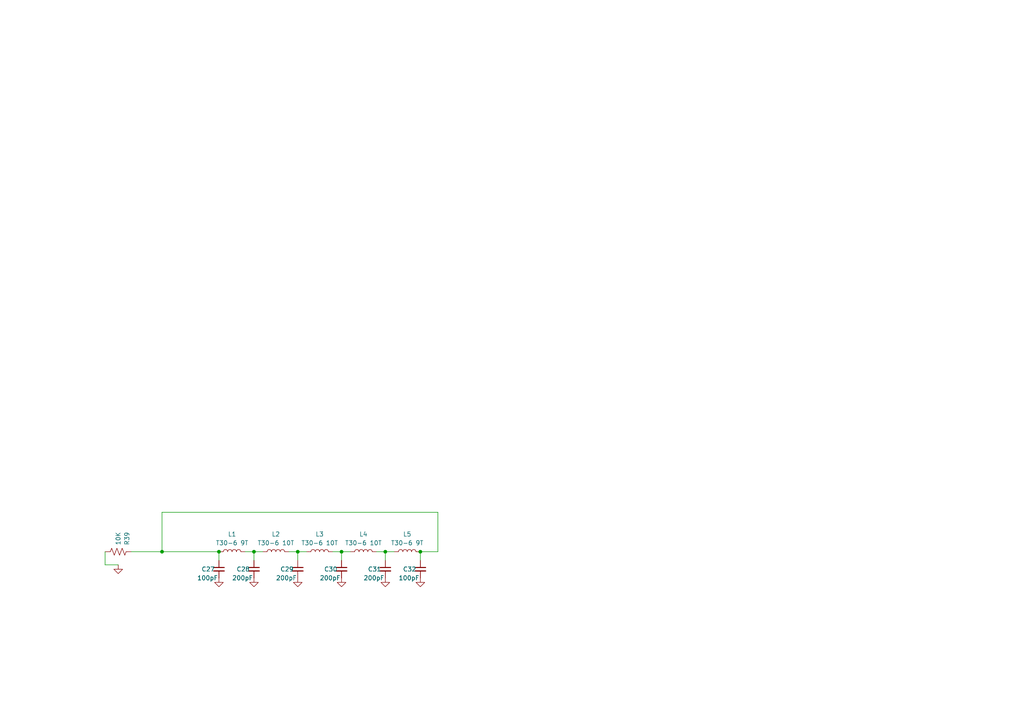
<source format=kicad_sch>
(kicad_sch (version 20230121) (generator eeschema)
  (paper "A4")
  (lib_symbols
    (symbol "Device:C_Small" (pin_numbers hide) (pin_names (offset 0.254) hide)
      (property "Reference" "C" (at 0.254 1.778 0))
      (property "Value" "C_Small" (at 0.254 -2.032 0))
      (symbol "C_Small_0_1"
        (polyline (pts (xy -1.524 -0.508) (xy 1.524 -0.508)) (stroke (width 0.3302)))
        (polyline (pts (xy -1.524 0.508) (xy 1.524 0.508)) (stroke (width 0.3048)))
      )
      (symbol "C_Small_1_1"
        (pin passive line (at 0 2.54 270) (length 2.032) (name "~") (number "1"))
        (pin passive line (at 0 -2.54 90) (length 2.032) (name "~") (number "2"))
      )
    )
    (symbol "Device:L" (pin_numbers hide) (pin_names (offset 1.016) hide)
      (property "Reference" "L" (at -1.27 0 90))
      (property "Value" "L" (at 1.905 0 90))
      (symbol "L_0_1"
        (arc (start 0 -2.54) (mid 0.6323 -1.905) (end 0 -1.27))
        (arc (start 0 -1.27) (mid 0.6323 -0.635) (end 0 0))
        (arc (start 0 0) (mid 0.6323 0.635) (end 0 1.27))
        (arc (start 0 1.27) (mid 0.6323 1.905) (end 0 2.54))
      )
      (symbol "L_1_1"
        (pin passive line (at 0 3.81 270) (length 1.27) (name "1") (number "1"))
        (pin passive line (at 0 -3.81 90) (length 1.27) (name "2") (number "2"))
      )
    )
    (symbol "Device:R_US" (pin_numbers hide) (pin_names (offset 0))
      (property "Reference" "R" (at 2.54 0 90))
      (property "Value" "R_US" (at -2.54 0 90))
      (symbol "R_US_0_1"
        (polyline (pts (xy 0 -2.286) (xy 0 -2.54)))
        (polyline (pts (xy 0 2.286) (xy 0 2.54)))
        (polyline (pts (xy 0 -0.762) (xy 1.016 -1.143) (xy 0 -1.524) (xy -1.016 -1.905) (xy 0 -2.286)))
        (polyline (pts (xy 0 0.762) (xy 1.016 0.381) (xy 0 0) (xy -1.016 -0.381) (xy 0 -0.762)))
        (polyline (pts (xy 0 2.286) (xy 1.016 1.905) (xy 0 1.524) (xy -1.016 1.143) (xy 0 0.762)))
      )
      (symbol "R_US_1_1"
        (pin passive line (at 0 3.81 270) (length 1.27) (name "~") (number "1"))
        (pin passive line (at 0 -3.81 90) (length 1.27) (name "~") (number "2"))
      )
    )
    (symbol "power:GND" (power) (pin_names (offset 0))
      (property "Value" "GND" (at 0 -3.81 0))
      (symbol "GND_0_1"
        (polyline (pts (xy 0 0) (xy 0 -1.27) (xy 1.27 -1.27) (xy 0 -2.54) (xy -1.27 -1.27) (xy 0 -1.27)))
      )
      (symbol "GND_1_1"
        (pin power_in line (at 0 0 270) (length 0) hide (name "GND") (number "1"))
      )
    )
  )
  (junction (at 46.99 160.02))
  (junction (at 111.76 160.02))
  (junction (at 63.5 160.02))
  (junction (at 99.06 160.02))
  (junction (at 73.66 160.02))
  (junction (at 86.36 160.02))
  (junction (at 121.92 160.02))
  (wire (pts (xy 46.99 160.02) (xy 46.99 148.59)))
  (wire (pts (xy 30.48 163.83) (xy 34.29 163.83)))
  (wire (pts (xy 46.99 148.59) (xy 127 148.59)))
  (wire (pts (xy 99.06 160.02) (xy 101.6 160.02)))
  (wire (pts (xy 86.36 160.02) (xy 88.9 160.02)))
  (wire (pts (xy 99.06 160.02) (xy 99.06 162.56)))
  (wire (pts (xy 73.66 160.02) (xy 73.66 162.56)))
  (wire (pts (xy 30.48 160.02) (xy 30.48 163.83)))
  (wire (pts (xy 63.5 160.02) (xy 63.5 162.56)))
  (wire (pts (xy 109.22 160.02) (xy 111.76 160.02)))
  (wire (pts (xy 111.76 160.02) (xy 111.76 162.56)))
  (wire (pts (xy 73.66 160.02) (xy 76.2 160.02)))
  (wire (pts (xy 96.52 160.02) (xy 99.06 160.02)))
  (wire (pts (xy 127 160.02) (xy 121.92 160.02)))
  (wire (pts (xy 86.36 160.02) (xy 86.36 162.56)))
  (wire (pts (xy 46.99 160.02) (xy 63.5 160.02)))
  (wire (pts (xy 121.92 160.02) (xy 121.92 162.56)))
  (wire (pts (xy 71.12 160.02) (xy 73.66 160.02)))
  (wire (pts (xy 38.1 160.02) (xy 46.99 160.02)))
  (wire (pts (xy 83.82 160.02) (xy 86.36 160.02)))
  (wire (pts (xy 127 148.59) (xy 127 160.02)))
  (wire (pts (xy 111.76 160.02) (xy 114.3 160.02)))
  (symbol (lib_id "Device:L") (at 67.31 160.02 270) (mirror x) (unit 1)
    (property "Reference" "L1" (at 67.31 154.94 90))
    (property "Value" "T30-6 9T" (at 67.31 157.48 90))
    (instances (project "acorn" (path "" (reference "L1") (unit 1)) (path "" (reference "T1") (unit 1)) (path "" (reference "L29") (unit 1))))
  )
  (symbol (lib_id "Device:C_Small") (at 99.06 165.1 0) (unit 1)
    (property "Reference" "C30" (at 93.98 165.1 0) (effects (justify left)))
    (property "Value" "200pF" (at 92.71 167.64 0) (effects (justify left)))
    (property "Footprint" "Capacitor_THT:C_Disc_D4.7mm_W2.5mm_P5.00mm" (effects hide))
    (instances (project "acorn" (path "" (reference "C30") (unit 1)) (path "" (reference "C28") (unit 1)) (path "" (reference "C69") (unit 1))))
  )
  (symbol (lib_id "Device:C_Small") (at 73.66 165.1 0) (unit 1)
    (property "Reference" "C28" (at 68.58 165.1 0) (effects (justify left)))
    (property "Value" "200pF" (at 67.31 167.64 0) (effects (justify left)))
    (property "Footprint" "Capacitor_THT:C_Disc_D4.7mm_W2.5mm_P5.00mm" (effects hide))
    (instances (project "acorn" (path "" (reference "C28") (unit 1)) (path "" (reference "C28") (unit 1)) (path "" (reference "C67") (unit 1))))
  )
  (symbol (lib_id "Device:C_Small") (at 121.92 165.1 0) (unit 1)
    (property "Reference" "C32" (at 116.84 165.1 0) (effects (justify left)))
    (property "Value" "100pF" (at 115.57 167.64 0) (effects (justify left)))
    (property "Footprint" "Capacitor_THT:C_Disc_D4.7mm_W2.5mm_P5.00mm" (effects hide))
    (instances (project "acorn" (path "" (reference "C32") (unit 1)) (path "" (reference "C28") (unit 1)) (path "" (reference "C71") (unit 1))))
  )
  (symbol (lib_id "Device:L") (at 92.71 160.02 270) (mirror x) (unit 1)
    (property "Reference" "L3" (at 92.71 154.94 90))
    (property "Value" "T30-6 10T" (at 92.71 157.48 90))
    (instances (project "acorn" (path "" (reference "L3") (unit 1)) (path "" (reference "T1") (unit 1)) (path "" (reference "L31") (unit 1))))
  )
  (symbol (lib_id "power:GND") (at 121.92 167.64 0) (unit 1)
    (property "Reference" "#GND059" (effects hide))
    (property "Value" "GND" (effects hide))
    (instances (project "acorn" (path "" (reference "#GND059") (unit 1)) (path "" (reference "#GND055") (unit 1)) (path "" (reference "#GND0103") (unit 1))))
  )
  (symbol (lib_id "power:GND") (at 73.66 167.64 0) (unit 1)
    (property "Reference" "#GND055" (effects hide))
    (property "Value" "GND" (effects hide))
    (instances (project "acorn" (path "" (reference "#GND055") (unit 1)) (path "" (reference "#GND055") (unit 1)) (path "" (reference "#GND099") (unit 1))))
  )
  (symbol (lib_id "Device:R_US") (at 34.29 160.02 90) (unit 1)
    (property "Reference" "R39" (at 36.83 156.21 0))
    (property "Value" "10K" (at 34.29 156.21 0))
    (property "Footprint" "Resistor_THT:R_Axial_DIN0204_L3.6mm_D1.6mm_P5.08mm_Vertical" (effects hide))
    (instances (project "acorn" (path "" (reference "R39") (unit 1)) (path "" (reference "R42") (unit 1))))
  )
  (symbol (lib_id "Device:L") (at 80.01 160.02 270) (mirror x) (unit 1)
    (property "Reference" "L2" (at 80.01 154.94 90))
    (property "Value" "T30-6 10T" (at 80.01 157.48 90))
    (instances (project "acorn" (path "" (reference "L2") (unit 1)) (path "" (reference "T1") (unit 1)) (path "" (reference "L30") (unit 1))))
  )
  (symbol (lib_id "Device:L") (at 118.11 160.02 270) (mirror x) (unit 1)
    (property "Reference" "L5" (at 118.11 154.94 90))
    (property "Value" "T30-6 9T" (at 118.11 157.48 90))
    (instances (project "acorn" (path "" (reference "L5") (unit 1)) (path "" (reference "T1") (unit 1)) (path "" (reference "L33") (unit 1))))
  )
  (symbol (lib_id "Device:C_Small") (at 63.5 165.1 0) (unit 1)
    (property "Reference" "C27" (at 58.42 165.1 0) (effects (justify left)))
    (property "Value" "100pF" (at 57.15 167.64 0) (effects (justify left)))
    (property "Footprint" "Capacitor_THT:C_Disc_D4.7mm_W2.5mm_P5.00mm" (effects hide))
    (instances (project "acorn" (path "" (reference "C27") (unit 1)) (path "" (reference "C28") (unit 1)) (path "" (reference "C66") (unit 1))))
  )
  (symbol (lib_id "power:GND") (at 99.06 167.64 0) (unit 1)
    (property "Reference" "#GND057" (effects hide))
    (property "Value" "GND" (effects hide))
    (instances (project "acorn" (path "" (reference "#GND057") (unit 1)) (path "" (reference "#GND055") (unit 1)) (path "" (reference "#GND0101") (unit 1))))
  )
  (symbol (lib_id "power:GND") (at 86.36 167.64 0) (unit 1)
    (property "Reference" "#GND056" (effects hide))
    (property "Value" "GND" (effects hide))
    (instances (project "acorn" (path "" (reference "#GND056") (unit 1)) (path "" (reference "#GND055") (unit 1)) (path "" (reference "#GND0100") (unit 1))))
  )
  (symbol (lib_id "Device:C_Small") (at 111.76 165.1 0) (unit 1)
    (property "Reference" "C31" (at 106.68 165.1 0) (effects (justify left)))
    (property "Value" "200pF" (at 105.41 167.64 0) (effects (justify left)))
    (property "Footprint" "Capacitor_THT:C_Disc_D4.7mm_W2.5mm_P5.00mm" (effects hide))
    (instances (project "acorn" (path "" (reference "C31") (unit 1)) (path "" (reference "C28") (unit 1)) (path "" (reference "C70") (unit 1))))
  )
  (symbol (lib_id "Device:C_Small") (at 86.36 165.1 0) (unit 1)
    (property "Reference" "C29" (at 81.28 165.1 0) (effects (justify left)))
    (property "Value" "200pF" (at 80.01 167.64 0) (effects (justify left)))
    (property "Footprint" "Capacitor_THT:C_Disc_D4.7mm_W2.5mm_P5.00mm" (effects hide))
    (instances (project "acorn" (path "" (reference "C29") (unit 1)) (path "" (reference "C28") (unit 1)) (path "" (reference "C68") (unit 1))))
  )
  (symbol (lib_id "power:GND") (at 34.29 163.83 0) (unit 1)
    (property "Reference" "#GND060" (effects hide))
    (property "Value" "GND" (effects hide))
    (instances (project "acorn" (path "" (reference "#GND060") (unit 1)) (path "" (reference "#GND097") (unit 1))))
  )
  (symbol (lib_id "Device:L") (at 105.41 160.02 270) (mirror x) (unit 1)
    (property "Reference" "L4" (at 105.41 154.94 90))
    (property "Value" "T30-6 10T" (at 105.41 157.48 90))
    (instances (project "acorn" (path "" (reference "L4") (unit 1)) (path "" (reference "T1") (unit 1)) (path "" (reference "L32") (unit 1))))
  )
  (symbol (lib_id "power:GND") (at 63.5 167.64 0) (unit 1)
    (property "Reference" "#GND054" (effects hide))
    (property "Value" "GND" (effects hide))
    (instances (project "acorn" (path "" (reference "#GND054") (unit 1)) (path "" (reference "#GND055") (unit 1)) (path "" (reference "#GND098") (unit 1))))
  )
  (symbol (lib_id "power:GND") (at 111.76 167.64 0) (unit 1)
    (property "Reference" "#GND058" (effects hide))
    (property "Value" "GND" (effects hide))
    (instances (project "acorn" (path "" (reference "#GND058") (unit 1)) (path "" (reference "#GND055") (unit 1)) (path "" (reference "#GND0102") (unit 1))))
  )
)
</source>
